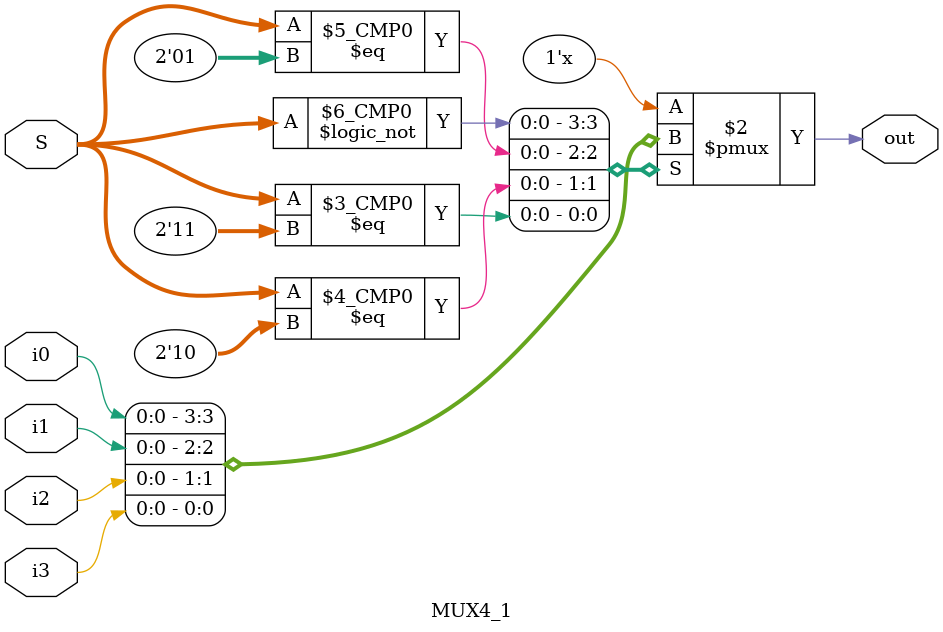
<source format=v>
`timescale 1ps/1ps
module MUX4_1 (
    input i0,i1,i2,i3,
    input [1:0] S,
    output reg out
);





always @(*) begin
   case (S)
    2'b00 : out = i0;
    2'b01 : out = i1;
    2'b10 : out = i2;
    2'b11 : out = i3; 
    default: out = i0;
endcase 
end



endmodule

</source>
